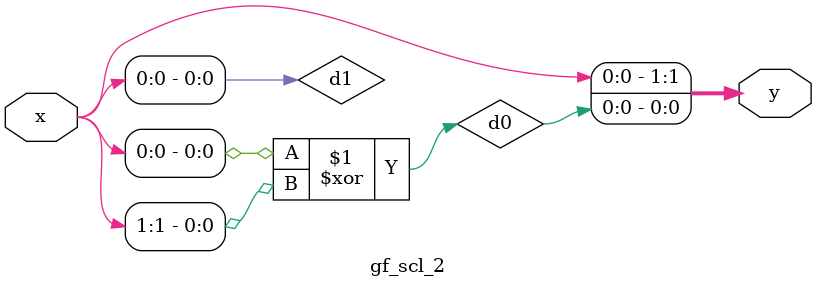
<source format=v>


module gf_scl_2(
        x, 
        y 
    );
    input 			[1 : 0] x;
	output 			[1 : 0] y;
	
	wire d0, d1;
		
	assign d0 = x[0] ^ x[1];
	assign d1 = x[0];
	
	assign y  = {d1, d0};
endmodule

</source>
